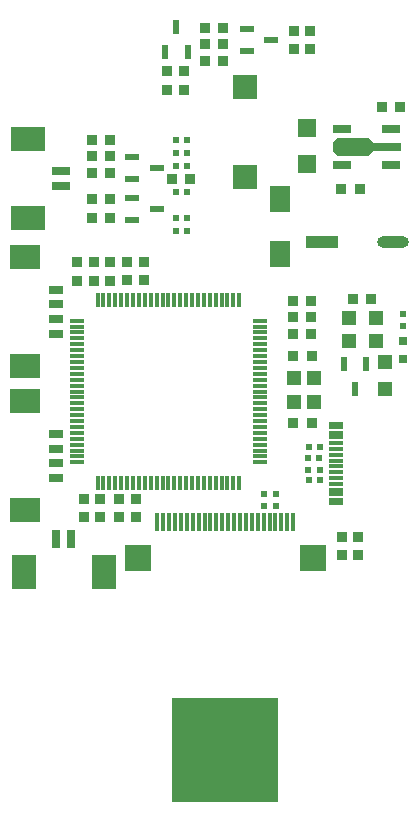
<source format=gtp>
G04*
G04 #@! TF.GenerationSoftware,Altium Limited,Altium Designer,23.5.1 (21)*
G04*
G04 Layer_Color=8421504*
%FSLAX44Y44*%
%MOMM*%
G71*
G04*
G04 #@! TF.SameCoordinates,D8F5AE86-2F01-4A25-AC6E-D886633190FF*
G04*
G04*
G04 #@! TF.FilePolarity,Positive*
G04*
G01*
G75*
%ADD19R,0.5500X0.6000*%
%ADD20R,1.2700X1.2700*%
%ADD21R,0.7620X0.7620*%
%ADD22R,1.2700X1.2700*%
%ADD23R,0.9000X0.8500*%
%ADD24R,0.8500X0.9000*%
%ADD25R,0.6000X1.3000*%
%ADD26R,1.3000X0.6000*%
%ADD27R,2.0000X2.0000*%
%ADD28R,1.6500X1.5000*%
G04:AMPARAMS|DCode=29|XSize=1.524mm|YSize=3.429mm|CornerRadius=0mm|HoleSize=0mm|Usage=FLASHONLY|Rotation=270.000|XOffset=0mm|YOffset=0mm|HoleType=Round|Shape=Octagon|*
%AMOCTAGOND29*
4,1,8,1.7145,0.3810,1.7145,-0.3810,1.3335,-0.7620,-1.3335,-0.7620,-1.7145,-0.3810,-1.7145,0.3810,-1.3335,0.7620,1.3335,0.7620,1.7145,0.3810,0.0*
%
%ADD29OCTAGOND29*%

%ADD30R,1.6000X0.7000*%
%ADD31R,2.4000X0.7000*%
%ADD32R,2.7000X1.0000*%
%ADD33O,2.7000X1.0000*%
%ADD34R,1.7500X2.2000*%
%ADD35R,1.2000X1.3000*%
%ADD36R,0.5000X0.5000*%
%ADD37R,0.6000X0.5500*%
%ADD38R,9.0000X8.8000*%
%ADD39R,2.2000X2.2000*%
%ADD40R,0.3000X1.5000*%
%ADD41R,1.1500X0.3000*%
%ADD42R,1.1481X0.2997*%
%ADD43R,0.8000X1.6000*%
%ADD44R,2.0000X3.0000*%
%ADD45R,2.5000X2.1000*%
%ADD46R,1.3000X0.8000*%
%ADD47R,1.6000X0.8000*%
%ADD48R,3.0000X2.0000*%
%ADD49R,0.3000X1.2000*%
%ADD50R,1.2000X0.3000*%
D19*
X231799Y81125D02*
D03*
Y90625D02*
D03*
X221488Y81102D02*
D03*
Y90602D02*
D03*
X339090Y233680D02*
D03*
Y243180D02*
D03*
D20*
X323850Y180340D02*
D03*
Y203200D02*
D03*
D21*
X339090Y205740D02*
D03*
Y220980D02*
D03*
D22*
X293370D02*
D03*
X316230D02*
D03*
X293370Y240030D02*
D03*
X316230D02*
D03*
D23*
X312551Y256540D02*
D03*
X297051D02*
D03*
X171452Y485790D02*
D03*
X186952D02*
D03*
X171321Y471900D02*
D03*
X186821D02*
D03*
X171322Y457930D02*
D03*
X186822D02*
D03*
X337058Y418592D02*
D03*
X321558D02*
D03*
X302520Y349250D02*
D03*
X287020D02*
D03*
X246310Y254382D02*
D03*
X261810D02*
D03*
X261749Y226568D02*
D03*
X246249D02*
D03*
Y240538D02*
D03*
X261749D02*
D03*
X246380Y208280D02*
D03*
X261880D02*
D03*
Y151130D02*
D03*
X246380D02*
D03*
X159258Y357886D02*
D03*
X143758D02*
D03*
X91440Y324612D02*
D03*
X75940D02*
D03*
Y341122D02*
D03*
X91440D02*
D03*
X75940Y363220D02*
D03*
X91440D02*
D03*
X75942Y377190D02*
D03*
X91442D02*
D03*
X75942Y391160D02*
D03*
X91442D02*
D03*
D24*
X260612Y467545D02*
D03*
Y483045D02*
D03*
X246642Y467674D02*
D03*
Y483174D02*
D03*
X287528Y39493D02*
D03*
Y54993D02*
D03*
X301498D02*
D03*
Y39493D02*
D03*
X82550Y86745D02*
D03*
Y71245D02*
D03*
X69342Y86745D02*
D03*
Y71245D02*
D03*
X99060Y86743D02*
D03*
Y71243D02*
D03*
X113030Y86745D02*
D03*
Y71245D02*
D03*
X153801Y448960D02*
D03*
Y433460D02*
D03*
X139831Y433462D02*
D03*
Y448962D02*
D03*
X120142Y287657D02*
D03*
Y272157D02*
D03*
X105410Y287403D02*
D03*
Y271903D02*
D03*
X91440Y271780D02*
D03*
Y287280D02*
D03*
X77470Y271780D02*
D03*
Y287280D02*
D03*
X63500Y271649D02*
D03*
Y287149D02*
D03*
D25*
X147451Y486130D02*
D03*
X156951Y465130D02*
D03*
X137951D02*
D03*
X298450Y180000D02*
D03*
X288950Y201000D02*
D03*
X307950D02*
D03*
D26*
X227932Y475550D02*
D03*
X206932Y466050D02*
D03*
Y485050D02*
D03*
X131150Y367030D02*
D03*
X110150Y357530D02*
D03*
Y376530D02*
D03*
X131150Y332486D02*
D03*
X110150Y322986D02*
D03*
Y341986D02*
D03*
D27*
X205486Y435356D02*
D03*
Y359156D02*
D03*
D28*
X258318Y400826D02*
D03*
Y370826D02*
D03*
D29*
X297180Y384810D02*
D03*
D30*
X329152Y399810D02*
D03*
Y369810D02*
D03*
X288068Y399810D02*
D03*
Y369810D02*
D03*
D31*
X325374Y384810D02*
D03*
D32*
X270736Y304800D02*
D03*
D33*
X330736D02*
D03*
D34*
X234950Y294500D02*
D03*
Y340500D02*
D03*
D35*
X263770Y189570D02*
D03*
Y168570D02*
D03*
X246770D02*
D03*
Y189570D02*
D03*
D36*
X268633Y130779D02*
D03*
X259633D02*
D03*
X259983Y102561D02*
D03*
X268983D02*
D03*
X147490Y379770D02*
D03*
X156490D02*
D03*
X147473Y390705D02*
D03*
X156473D02*
D03*
X147490Y368770D02*
D03*
X156490D02*
D03*
X147490Y346770D02*
D03*
X156490D02*
D03*
X147490Y324770D02*
D03*
X156490D02*
D03*
X147320Y313690D02*
D03*
X156320D02*
D03*
D37*
X259088Y121222D02*
D03*
X268588D02*
D03*
X259156Y111760D02*
D03*
X268656D02*
D03*
D38*
X188787Y-126111D02*
D03*
D39*
X114808Y36830D02*
D03*
X262890D02*
D03*
D40*
X131318Y67056D02*
D03*
X136318D02*
D03*
X141318D02*
D03*
X146318D02*
D03*
X151318D02*
D03*
X156318D02*
D03*
X161318D02*
D03*
X166318D02*
D03*
X171318D02*
D03*
X176318D02*
D03*
X181318D02*
D03*
X186318D02*
D03*
X191318D02*
D03*
X196318D02*
D03*
X201318D02*
D03*
X206318D02*
D03*
X211318D02*
D03*
X216318D02*
D03*
X221318D02*
D03*
X226318D02*
D03*
X231318D02*
D03*
X236318D02*
D03*
X241318D02*
D03*
X246318D02*
D03*
D41*
X282592Y150340D02*
D03*
Y147340D02*
D03*
X282592Y142341D02*
D03*
Y139339D02*
D03*
X282592Y134340D02*
D03*
Y124340D02*
D03*
X282607Y119339D02*
D03*
X282592Y114340D02*
D03*
X282610Y109338D02*
D03*
X282588Y104340D02*
D03*
X282633Y94340D02*
D03*
Y91341D02*
D03*
X282607Y86339D02*
D03*
Y83340D02*
D03*
D42*
X282592Y129340D02*
D03*
X282593Y99340D02*
D03*
D43*
X45920Y53340D02*
D03*
X58420D02*
D03*
D44*
X18488Y25234D02*
D03*
X86128D02*
D03*
D45*
X19304Y169472D02*
D03*
Y77108D02*
D03*
X19050Y291500D02*
D03*
Y199136D02*
D03*
D46*
X45720Y104540D02*
D03*
Y117040D02*
D03*
Y129540D02*
D03*
Y142040D02*
D03*
X45466Y226568D02*
D03*
Y239068D02*
D03*
Y251568D02*
D03*
Y264068D02*
D03*
D47*
X49696Y364528D02*
D03*
Y352028D02*
D03*
D48*
X21590Y391960D02*
D03*
Y324320D02*
D03*
D49*
X200716Y100300D02*
D03*
X195716D02*
D03*
X190716D02*
D03*
X185716D02*
D03*
X180716D02*
D03*
X175716D02*
D03*
X170716D02*
D03*
X165716D02*
D03*
X160716D02*
D03*
X155716D02*
D03*
X150716D02*
D03*
X145716D02*
D03*
X140716D02*
D03*
X135716D02*
D03*
X130716D02*
D03*
X125716D02*
D03*
X120716D02*
D03*
X115716D02*
D03*
X110716D02*
D03*
X105716D02*
D03*
X100716D02*
D03*
X95716D02*
D03*
X90716D02*
D03*
X85716D02*
D03*
X80716D02*
D03*
Y255300D02*
D03*
X85716D02*
D03*
X90716D02*
D03*
X95716D02*
D03*
X100716D02*
D03*
X105716D02*
D03*
X110716D02*
D03*
X115716D02*
D03*
X120716D02*
D03*
X125716D02*
D03*
X130716D02*
D03*
X135716D02*
D03*
X140716D02*
D03*
X145716D02*
D03*
X150716D02*
D03*
X155716D02*
D03*
X160716D02*
D03*
X165716D02*
D03*
X170716D02*
D03*
X175716D02*
D03*
X180716D02*
D03*
X185716D02*
D03*
X190716D02*
D03*
X195716D02*
D03*
X200716D02*
D03*
D50*
X63216Y117800D02*
D03*
Y122800D02*
D03*
Y127800D02*
D03*
Y132800D02*
D03*
Y137800D02*
D03*
Y142800D02*
D03*
Y147800D02*
D03*
Y152800D02*
D03*
Y157800D02*
D03*
Y162800D02*
D03*
Y167800D02*
D03*
Y172800D02*
D03*
Y177800D02*
D03*
Y182800D02*
D03*
Y187800D02*
D03*
Y192800D02*
D03*
Y197800D02*
D03*
Y202800D02*
D03*
Y207800D02*
D03*
Y212800D02*
D03*
Y217800D02*
D03*
Y222800D02*
D03*
Y227800D02*
D03*
Y232800D02*
D03*
Y237800D02*
D03*
X218216D02*
D03*
Y232800D02*
D03*
Y227800D02*
D03*
Y222800D02*
D03*
Y217800D02*
D03*
Y212800D02*
D03*
Y207800D02*
D03*
Y202800D02*
D03*
Y197800D02*
D03*
Y192800D02*
D03*
Y187800D02*
D03*
Y182800D02*
D03*
Y177800D02*
D03*
Y172800D02*
D03*
Y167800D02*
D03*
Y162800D02*
D03*
Y157800D02*
D03*
Y152800D02*
D03*
Y147800D02*
D03*
Y142800D02*
D03*
Y137800D02*
D03*
Y132800D02*
D03*
Y127800D02*
D03*
Y122800D02*
D03*
Y117800D02*
D03*
M02*

</source>
